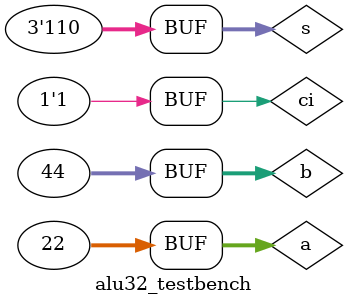
<source format=v>
`define DELAY 20
module alu32_testbench(); 

reg [31:0] a, b;
reg [2:0] s;
reg ci;
wire co,ow,zero;
wire [31:0] o;

alu32 test (a, b, s, co, o, ow,zero);


initial begin

// and
a = 32'd5; b = 32'd0; ci = 1'b1; s = 3'b000;
#`DELAY;
a = 32'd0; b = 32'd0; ci = 1'b0; s = 3'b000;
#`DELAY;
a = 32'd0; b = 32'd5; ci = 1'b1; s = 3'b000;
#`DELAY;
a = 32'd5; b = 32'd5; ci = 1'b1; s = 3'b000;
#`DELAY;
a = 32'd5; b = 32'd4; ci = 1'b1; s = 3'b000;
// or
#`DELAY;
a = 32'd5; b = 32'd0; ci = 1'b1; s = 3'b001;
#`DELAY;
a = 32'd0; b = 32'd0; ci = 1'b0; s = 3'b001;
#`DELAY;
a = 32'd0; b = 32'd5; ci = 1'b1; s = 3'b001;
#`DELAY;
a = 32'd5; b = 32'd5; ci = 1'b1; s = 3'b001;
#`DELAY;
a = 32'd5; b = 32'd5; ci = 1'b1; s = 3'b001;

// xor
a = 32'd5; b = 32'd0; ci = 1'b1; s = 3'b011;
#`DELAY;
a = 32'd0; b = 32'd0; ci = 1'b0; s = 3'b011;
#`DELAY;
a = 32'd0; b = 32'd5; ci = 1'b1; s = 3'b011;
#`DELAY;
a = 32'd5; b = 32'd5; ci = 1'b1; s = 3'b011;
#`DELAY;
a = 32'd5; b = 32'd5; ci = 1'b1; s = 3'b011;

// add
#`DELAY;
a = 32'd0; b = 32'd0; ci = 1'b0; s = 3'b010;
#`DELAY;
a = 32'd0; b = 32'd0; ci = 1'b1; s = 3'b010;
#`DELAY;
a = 32'd0; b = 32'd1; ci = 1'b0; s = 3'b010;
#`DELAY;
a = 32'd0; b = 32'd1; ci = 1'b1; s = 3'b010;
#`DELAY;
a = 32'd0; b = 32'd1; ci = 1'b1; s = 3'b010;

#`DELAY;
a = 32'd10; b = 32'd4; ci = 1'b0; s = 3'b010;
#`DELAY;
a = 32'd8; b = 32'd1; ci = 1'b1; s = 3'b010;
#`DELAY;
a = 32'd22; b = 32'd22; ci = 1'b0; s = 3'b010;
#`DELAY;
a = 32'd51; b = 32'd17; ci = 1'b1; s = 3'b010;
#`DELAY;
a = 32'd2147483647; b = 32'd2147483647; ci = 1'b1; s = 3'b010;

// sub
#`DELAY;
a = 32'd5; b = 32'd2; s = 3'b110;
#`DELAY;
a = 32'd4; b = 32'd0; s = 3'b110;
#`DELAY;
a = 32'd5; b = 32'd15; s = 3'b110;
#`DELAY;
a = 32'd22; b = 32'd44; s = 3'b110;

end
 
initial
begin
$monitor("time = %2d, a =%d, b=%d, S=%3b, Ci=%1b, CO=%1b, O=%1b, ow=%1b, zero=%1b", $time, a, b, s, ci, co, o, ow, zero);
end
 
endmodule
</source>
